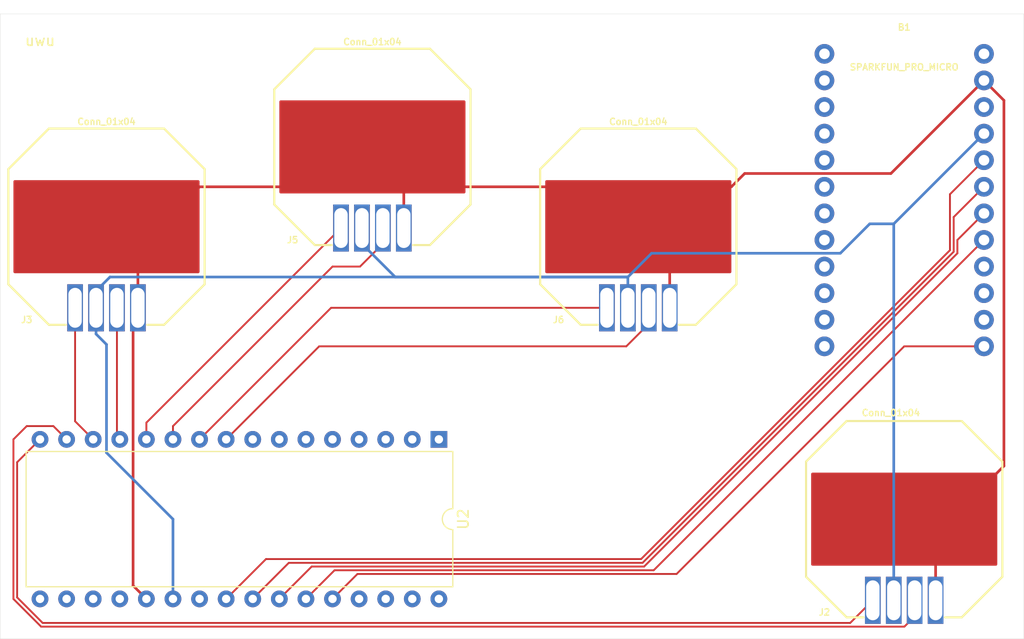
<source format=kicad_pcb>
(kicad_pcb (version 20211014) (generator pcbnew)
  (layers (0 "F.Cu" signal) (31 "B.Cu" signal) (34 "B.Paste" user) (35 "F.Paste" user) (36 "B.SilkS" user "B.Silkscreen") (37 "F.SilkS" user "F.Silkscreen") (38 "B.Mask" user) (39 "F.Mask" user) (44 "Edge.Cuts" user))
  (net 0 "")
  (net 16 "VCC")
  (net 18 "GND")
  (net 20 "Net-(J2-PadX)")
  (net 21 "Net-(J2-PadY)")
  (net 22 "Net-(J3-PadX)")
  (net 23 "Net-(J3-PadY)")
  (net 24 "Net-(J5-PadX)")
  (net 25 "Net-(J5-PadY)")
  (net 26 "Net-(J6-PadX)")
  (net 27 "Net-(J6-PadY)")
  (net 35 "Net-(B1-Pad13)")
  (net 36 "Net-(B1-Pad17)")
  (net 37 "Net-(B1-Pad18)")
  (net 38 "Net-(B1-Pad19)")
  (net 39 "Net-(B1-Pad20)")
  (footprint "Switches:JOYSTICK-PSP1000" (layer "F.Cu") (at 111.76 73.66 180)
    (fp_text reference "J2" (at 7.62 -8.89) (layer "F.SilkS") (effects (font (size 0.6096 0.6096) (thickness 0.127))))
    (fp_text value "Conn_01x04" (at 1.27 10.16) (layer "F.SilkS") (effects (font (size 0.6096 0.6096) (thickness 0.127))))
    (fp_line (start -5.4991 -9.37514) (end -9.37514 -5.4991) (layer "F.SilkS") (width 0.2032))
    (fp_line (start 9.37514 5.4991) (end 9.37514 -5.4991) (layer "F.SilkS") (width 0.2032))
    (fp_line (start 9.37514 5.4991) (end 5.4991 9.37514) (layer "F.SilkS") (width 0.2032))
    (fp_line (start 3.89636 -9.37514) (end 5.4991 -9.37514) (layer "F.SilkS") (width 0.2032))
    (fp_line (start -9.37514 5.4991) (end -5.4991 9.37514) (layer "F.SilkS") (width 0.2032))
    (fp_line (start -5.4991 9.37514) (end 5.4991 9.37514) (layer "F.SilkS") (width 0.2032))
    (fp_line (start 5.4991 -9.37514) (end 9.37514 -5.4991) (layer "F.SilkS") (width 0.2032))
    (fp_line (start -5.4991 -9.37514) (end -3.89636 -9.37514) (layer "F.SilkS") (width 0.2032))
    (fp_line (start -9.37514 5.4991) (end -9.37514 -5.4991) (layer "F.SilkS") (width 0.2032))
    (pad "" np_thru_hole circle (at -7.37362 10.0584 180) (size 1.99898 1.99898) (drill 1.99898) (layers *.Cu *.Mask))
    (pad "" np_thru_hole circle (at -8.89 -8.98398 180) (size 1.99898 1.99898) (drill 1.99898) (layers *.Cu *.Mask))
    (pad "GND" thru_hole rect (at -2.99974 -7.74954 270) (size 4.49834 1.4986) (drill oval 3.81 1.27) (layers *.Cu *.Mask) (net 18 "GND"))
    (pad "VCC" thru_hole rect (at 0.99822 -7.74954 270) (size 4.49834 1.4986) (drill oval 3.81 1.27) (layers *.Cu *.Mask) (net 16 "VCC"))
    (pad "X" thru_hole rect (at 2.99974 -7.74954 270) (size 4.49834 1.4986) (drill oval 3.81 1.27) (layers *.Cu *.Mask) (net 20 "Net-(J2-PadX)"))
    (pad "Y" thru_hole rect (at -0.99822 -7.74954 270) (size 4.49834 1.4986) (drill oval 3.81 1.27) (layers *.Cu *.Mask) (net 21 "Net-(J2-PadY)"))
  )
  (footprint "Switches:JOYSTICK-PSP1000" (layer "F.Cu") (at 86.36 45.72 180)
    (fp_text reference "J6" (at 7.62 -8.89) (layer "F.SilkS") (effects (font (size 0.6096 0.6096) (thickness 0.127))))
    (fp_text value "Conn_01x04" (at 0 10.033) (layer "F.SilkS") (effects (font (size 0.6096 0.6096) (thickness 0.127))))
    (fp_line (start -5.4991 -9.37514) (end -3.89636 -9.37514) (layer "F.SilkS") (width 0.2032))
    (fp_line (start 5.4991 -9.37514) (end 9.37514 -5.4991) (layer "F.SilkS") (width 0.2032))
    (fp_line (start 3.89636 -9.37514) (end 5.4991 -9.37514) (layer "F.SilkS") (width 0.2032))
    (fp_line (start -5.4991 9.37514) (end 5.4991 9.37514) (layer "F.SilkS") (width 0.2032))
    (fp_line (start -9.37514 5.4991) (end -5.4991 9.37514) (layer "F.SilkS") (width 0.2032))
    (fp_line (start -5.4991 -9.37514) (end -9.37514 -5.4991) (layer "F.SilkS") (width 0.2032))
    (fp_line (start 9.37514 5.4991) (end 5.4991 9.37514) (layer "F.SilkS") (width 0.2032))
    (fp_line (start 9.37514 5.4991) (end 9.37514 -5.4991) (layer "F.SilkS") (width 0.2032))
    (fp_line (start -9.37514 5.4991) (end -9.37514 -5.4991) (layer "F.SilkS") (width 0.2032))
    (pad "" np_thru_hole circle locked (at -8.89 -8.98398 180) (size 1.99898 1.99898) (drill 1.99898) (layers *.Cu *.Mask))
    (pad "" np_thru_hole circle locked (at -7.37362 10.0584 180) (size 1.99898 1.99898) (drill 1.99898) (layers *.Cu *.Mask))
    (pad "GND" thru_hole rect locked (at -2.99974 -7.74954 270) (size 4.49834 1.4986) (drill oval 3.81 1.27) (layers *.Cu *.Mask) (net 18 "GND"))
    (pad "VCC" thru_hole rect locked (at 0.99822 -7.74954 270) (size 4.49834 1.4986) (drill oval 3.81 1.27) (layers *.Cu *.Mask) (net 16 "VCC"))
    (pad "X" thru_hole rect locked (at 2.99974 -7.74954 270) (size 4.49834 1.4986) (drill oval 3.81 1.27) (layers *.Cu *.Mask) (net 26 "Net-(J6-PadX)"))
    (pad "Y" thru_hole rect locked (at -0.99822 -7.74954 270) (size 4.49834 1.4986) (drill oval 3.81 1.27) (layers *.Cu *.Mask) (net 27 "Net-(J6-PadY)"))
  )
  (footprint "Switches:JOYSTICK-PSP1000" (layer "F.Cu") (at 35.56 45.72 180)
    (fp_text reference "J3" (at 7.62 -8.89) (layer "F.SilkS") (effects (font (size 0.6096 0.6096) (thickness 0.127))))
    (fp_text value "Conn_01x04" (at 0 10.033) (layer "F.SilkS") (effects (font (size 0.6096 0.6096) (thickness 0.127))))
    (fp_line (start 3.89636 -9.37514) (end 5.4991 -9.37514) (layer "F.SilkS") (width 0.2032))
    (fp_line (start -9.37514 5.4991) (end -5.4991 9.37514) (layer "F.SilkS") (width 0.2032))
    (fp_line (start 5.4991 -9.37514) (end 9.37514 -5.4991) (layer "F.SilkS") (width 0.2032))
    (fp_line (start -5.4991 -9.37514) (end -9.37514 -5.4991) (layer "F.SilkS") (width 0.2032))
    (fp_line (start -9.37514 5.4991) (end -9.37514 -5.4991) (layer "F.SilkS") (width 0.2032))
    (fp_line (start -5.4991 -9.37514) (end -3.89636 -9.37514) (layer "F.SilkS") (width 0.2032))
    (fp_line (start 9.37514 5.4991) (end 5.4991 9.37514) (layer "F.SilkS") (width 0.2032))
    (fp_line (start 9.37514 5.4991) (end 9.37514 -5.4991) (layer "F.SilkS") (width 0.2032))
    (fp_line (start -5.4991 9.37514) (end 5.4991 9.37514) (layer "F.SilkS") (width 0.2032))
    (pad "" np_thru_hole circle locked (at -8.89 -8.98398 180) (size 1.99898 1.99898) (drill 1.99898) (layers *.Cu *.Mask))
    (pad "" np_thru_hole circle locked (at -7.37362 10.0584 180) (size 1.99898 1.99898) (drill 1.99898) (layers *.Cu *.Mask))
    (pad "GND" thru_hole rect locked (at -2.99974 -7.74954 270) (size 4.49834 1.4986) (drill oval 3.81 1.27) (layers *.Cu *.Mask) (net 18 "GND"))
    (pad "VCC" thru_hole rect locked (at 0.99822 -7.74954 270) (size 4.49834 1.4986) (drill oval 3.81 1.27) (layers *.Cu *.Mask) (net 16 "VCC"))
    (pad "X" thru_hole rect locked (at 2.99974 -7.74954 270) (size 4.49834 1.4986) (drill oval 3.81 1.27) (layers *.Cu *.Mask) (net 22 "Net-(J3-PadX)"))
    (pad "Y" thru_hole rect locked (at -0.99822 -7.74954 270) (size 4.49834 1.4986) (drill oval 3.81 1.27) (layers *.Cu *.Mask) (net 23 "Net-(J3-PadY)"))
  )
  (footprint "Package_DIP:DIP-32_W15.24mm" (layer "F.Cu") (at 67.31 66.034996 -90)
    (fp_text reference "U2" (at 7.62 -2.33 90) (layer "F.SilkS"))
    (fp_text value "4067")
    (fp_line (start 1.16 39.43) (end 14.08 39.43) (layer "F.SilkS") (width 0.12))
    (fp_line (start 14.08 39.43) (end 14.08 -1.33) (layer "F.SilkS") (width 0.12))
    (fp_line (start 6.62 -1.33) (end 1.16 -1.33) (layer "F.SilkS") (width 0.12))
    (fp_line (start 14.08 -1.33) (end 8.62 -1.33) (layer "F.SilkS") (width 0.12))
    (fp_line (start 1.16 -1.33) (end 1.16 39.43) (layer "F.SilkS") (width 0.12))
    (fp_arc (start 8.62 -1.33) (mid 7.62 -0.33) (end 6.62 -1.33) (layer "F.SilkS") (width 0.12))
    (pad "0" thru_hole oval (at 15.24 35.56 270) (size 1.6 1.6) (drill 0.8) (layers *.Cu *.Mask))
    (pad "0" thru_hole oval (at 15.24 7.62 270) (size 1.6 1.6) (drill 0.8) (layers *.Cu *.Mask))
    (pad "0" thru_hole oval (at 15.24 5.08 270) (size 1.6 1.6) (drill 0.8) (layers *.Cu *.Mask))
    (pad "0" thru_hole oval (at 15.24 2.54 270) (size 1.6 1.6) (drill 0.8) (layers *.Cu *.Mask))
    (pad "0" thru_hole oval (at 15.24 33.02 270) (size 1.6 1.6) (drill 0.8) (layers *.Cu *.Mask))
    (pad "0" thru_hole oval (at 15.24 30.48 270) (size 1.6 1.6) (drill 0.8) (layers *.Cu *.Mask))
    (pad "0" thru_hole oval (at 15.24 0 270) (size 1.6 1.6) (drill 0.8) (layers *.Cu *.Mask))
    (pad "0" thru_hole oval (at 15.24 38.1 270) (size 1.6 1.6) (drill 0.8) (layers *.Cu *.Mask))
    (pad "1" thru_hole oval (at 15.24 10.16 270) (size 1.6 1.6) (drill 0.8) (layers *.Cu *.Mask) (net 35 "Net-(B1-Pad13)"))
    (pad "2" thru_hole oval (at 0 20.32 270) (size 1.6 1.6) (drill 0.8) (layers *.Cu *.Mask) (net 27 "Net-(J6-PadY)"))
    (pad "3" thru_hole oval (at 0 22.86 270) (size 1.6 1.6) (drill 0.8) (layers *.Cu *.Mask) (net 26 "Net-(J6-PadX)"))
    (pad "4" thru_hole oval (at 0 25.4 270) (size 1.6 1.6) (drill 0.8) (layers *.Cu *.Mask) (net 25 "Net-(J5-PadY)"))
    (pad "5" thru_hole oval (at 0 27.94 270) (size 1.6 1.6) (drill 0.8) (layers *.Cu *.Mask) (net 24 "Net-(J5-PadX)"))
    (pad "6" thru_hole oval (at 0 30.48 270) (size 1.6 1.6) (drill 0.8) (layers *.Cu *.Mask) (net 23 "Net-(J3-PadY)"))
    (pad "7" thru_hole oval (at 0 33.02 270) (size 1.6 1.6) (drill 0.8) (layers *.Cu *.Mask) (net 22 "Net-(J3-PadX)"))
    (pad "8" thru_hole oval (at 0 35.56 270) (size 1.6 1.6) (drill 0.8) (layers *.Cu *.Mask) (net 21 "Net-(J2-PadY)"))
    (pad "9" thru_hole oval (at 0 38.1 270) (size 1.6 1.6) (drill 0.8) (layers *.Cu *.Mask) (net 20 "Net-(J2-PadX)"))
    (pad "10" thru_hole oval (at 15.24 20.32 270) (size 1.6 1.6) (drill 0.8) (layers *.Cu *.Mask) (net 39 "Net-(B1-Pad20)"))
    (pad "11" thru_hole oval (at 15.24 17.78 270) (size 1.6 1.6) (drill 0.8) (layers *.Cu *.Mask) (net 38 "Net-(B1-Pad19)"))
    (pad "12" thru_hole oval (at 15.24 27.94 270) (size 1.6 1.6) (drill 0.8) (layers *.Cu *.Mask) (net 18 "GND"))
    (pad "13" thru_hole oval (at 15.24 12.7 270) (size 1.6 1.6) (drill 0.8) (layers *.Cu *.Mask) (net 36 "Net-(B1-Pad17)"))
    (pad "14" thru_hole oval (at 15.24 15.24 270) (size 1.6 1.6) (drill 0.8) (layers *.Cu *.Mask) (net 37 "Net-(B1-Pad18)"))
    (pad "15" thru_hole oval (at 15.24 22.86 270) (size 1.6 1.6) (drill 0.8) (layers *.Cu *.Mask))
    (pad "16" thru_hole rect (at 0 0 270) (size 1.6 1.6) (drill 0.8) (layers *.Cu *.Mask))
    (pad "17" thru_hole oval (at 0 2.54 270) (size 1.6 1.6) (drill 0.8) (layers *.Cu *.Mask))
    (pad "18" thru_hole oval (at 0 5.08 270) (size 1.6 1.6) (drill 0.8) (layers *.Cu *.Mask))
    (pad "19" thru_hole oval (at 0 7.62 270) (size 1.6 1.6) (drill 0.8) (layers *.Cu *.Mask))
    (pad "20" thru_hole oval (at 0 10.16 270) (size 1.6 1.6) (drill 0.8) (layers *.Cu *.Mask))
    (pad "21" thru_hole oval (at 0 12.7 270) (size 1.6 1.6) (drill 0.8) (layers *.Cu *.Mask))
    (pad "22" thru_hole oval (at 0 15.24 270) (size 1.6 1.6) (drill 0.8) (layers *.Cu *.Mask))
    (pad "23" thru_hole oval (at 0 17.78 270) (size 1.6 1.6) (drill 0.8) (layers *.Cu *.Mask))
    (pad "24" thru_hole oval (at 15.24 25.4 270) (size 1.6 1.6) (drill 0.8) (layers *.Cu *.Mask) (net 16 "VCC"))
  )
  (footprint "Boards:SPARKFUN_PRO_MICRO" (layer "F.Cu") (at 111.76 41.91)
    (fp_text reference "B1" (at 0 -15.24) (layer "F.SilkS") (effects (font (size 0.6096 0.6096) (thickness 0.127))))
    (fp_text value "SPARKFUN_PRO_MICRO" (at 0 -11.43) (layer "F.SilkS") (effects (font (size 0.6096 0.6096) (thickness 0.127))))
    (pad "1" thru_hole circle locked (at -7.62 -12.7) (size 1.8796 1.8796) (drill 1.016) (layers *.Cu *.Mask))
    (pad "2" thru_hole circle locked (at -7.62 -10.16) (size 1.8796 1.8796) (drill 1.016) (layers *.Cu *.Mask))
    (pad "3" thru_hole circle locked (at -7.62 -7.62) (size 1.8796 1.8796) (drill 1.016) (layers *.Cu *.Mask))
    (pad "4" thru_hole circle locked (at -7.62 -5.08) (size 1.8796 1.8796) (drill 1.016) (layers *.Cu *.Mask))
    (pad "5" thru_hole circle locked (at -7.62 -2.54) (size 1.8796 1.8796) (drill 1.016) (layers *.Cu *.Mask))
    (pad "6" thru_hole circle locked (at -7.62 0) (size 1.8796 1.8796) (drill 1.016) (layers *.Cu *.Mask))
    (pad "7" thru_hole circle locked (at -7.62 2.54) (size 1.8796 1.8796) (drill 1.016) (layers *.Cu *.Mask))
    (pad "8" thru_hole circle locked (at -7.62 5.08) (size 1.8796 1.8796) (drill 1.016) (layers *.Cu *.Mask))
    (pad "9" thru_hole circle locked (at -7.62 7.62) (size 1.8796 1.8796) (drill 1.016) (layers *.Cu *.Mask))
    (pad "10" thru_hole circle locked (at -7.62 10.16) (size 1.8796 1.8796) (drill 1.016) (layers *.Cu *.Mask))
    (pad "11" thru_hole circle locked (at -7.62 12.7) (size 1.8796 1.8796) (drill 1.016) (layers *.Cu *.Mask))
    (pad "12" thru_hole circle locked (at -7.62 15.24) (size 1.8796 1.8796) (drill 1.016) (layers *.Cu *.Mask))
    (pad "13" thru_hole circle locked (at 7.62 15.24) (size 1.8796 1.8796) (drill 1.016) (layers *.Cu *.Mask) (net 35 "Net-(B1-Pad13)"))
    (pad "14" thru_hole circle locked (at 7.62 12.7) (size 1.8796 1.8796) (drill 1.016) (layers *.Cu *.Mask))
    (pad "15" thru_hole circle locked (at 7.62 10.16) (size 1.8796 1.8796) (drill 1.016) (layers *.Cu *.Mask))
    (pad "16" thru_hole circle locked (at 7.62 7.62) (size 1.8796 1.8796) (drill 1.016) (layers *.Cu *.Mask))
    (pad "17" thru_hole circle locked (at 7.62 5.08) (size 1.8796 1.8796) (drill 1.016) (layers *.Cu *.Mask) (net 36 "Net-(B1-Pad17)"))
    (pad "18" thru_hole circle locked (at 7.62 2.54) (size 1.8796 1.8796) (drill 1.016) (layers *.Cu *.Mask) (net 37 "Net-(B1-Pad18)"))
    (pad "19" thru_hole circle locked (at 7.62 0) (size 1.8796 1.8796) (drill 1.016) (layers *.Cu *.Mask) (net 38 "Net-(B1-Pad19)"))
    (pad "20" thru_hole circle locked (at 7.62 -2.54) (size 1.8796 1.8796) (drill 1.016) (layers *.Cu *.Mask) (net 39 "Net-(B1-Pad20)"))
    (pad "21" thru_hole circle locked (at 7.62 -5.08) (size 1.8796 1.8796) (drill 1.016) (layers *.Cu *.Mask) (net 16 "VCC"))
    (pad "22" thru_hole circle locked (at 7.62 -7.62) (size 1.8796 1.8796) (drill 1.016) (layers *.Cu *.Mask))
    (pad "23" thru_hole circle locked (at 7.62 -10.16) (size 1.8796 1.8796) (drill 1.016) (layers *.Cu *.Mask) (net 18 "GND"))
    (pad "24" thru_hole circle locked (at 7.62 -12.7) (size 1.8796 1.8796) (drill 1.016) (layers *.Cu *.Mask))
  )
  (footprint "Switches:JOYSTICK-PSP1000" (layer "F.Cu") (at 60.96 38.1 180)
    (fp_text reference "J5" (at 7.62 -8.89) (layer "F.SilkS") (effects (font (size 0.6096 0.6096) (thickness 0.127))))
    (fp_text value "Conn_01x04" (at 0 10.033) (layer "F.SilkS") (effects (font (size 0.6096 0.6096) (thickness 0.127))))
    (fp_line (start -5.4991 9.37514) (end 5.4991 9.37514) (layer "F.SilkS") (width 0.2032))
    (fp_line (start 9.37514 5.4991) (end 9.37514 -5.4991) (layer "F.SilkS") (width 0.2032))
    (fp_line (start 9.37514 5.4991) (end 5.4991 9.37514) (layer "F.SilkS") (width 0.2032))
    (fp_line (start -9.37514 5.4991) (end -5.4991 9.37514) (layer "F.SilkS") (width 0.2032))
    (fp_line (start -9.37514 5.4991) (end -9.37514 -5.4991) (layer "F.SilkS") (width 0.2032))
    (fp_line (start 5.4991 -9.37514) (end 9.37514 -5.4991) (layer "F.SilkS") (width 0.2032))
    (fp_line (start -5.4991 -9.37514) (end -3.89636 -9.37514) (layer "F.SilkS") (width 0.2032))
    (fp_line (start -5.4991 -9.37514) (end -9.37514 -5.4991) (layer "F.SilkS") (width 0.2032))
    (fp_line (start 3.89636 -9.37514) (end 5.4991 -9.37514) (layer "F.SilkS") (width 0.2032))
    (pad "" np_thru_hole circle locked (at -7.37362 10.0584 180) (size 1.99898 1.99898) (drill 1.99898) (layers *.Cu *.Mask))
    (pad "" np_thru_hole circle locked (at -8.89 -8.98398 180) (size 1.99898 1.99898) (drill 1.99898) (layers *.Cu *.Mask))
    (pad "GND" thru_hole rect locked (at -2.99974 -7.74954 270) (size 4.49834 1.4986) (drill oval 3.81 1.27) (layers *.Cu *.Mask) (net 18 "GND"))
    (pad "VCC" thru_hole rect locked (at 0.99822 -7.74954 270) (size 4.49834 1.4986) (drill oval 3.81 1.27) (layers *.Cu *.Mask) (net 16 "VCC"))
    (pad "X" thru_hole rect locked (at 2.99974 -7.74954 270) (size 4.49834 1.4986) (drill oval 3.81 1.27) (layers *.Cu *.Mask) (net 24 "Net-(J5-PadX)"))
    (pad "Y" thru_hole rect locked (at -0.99822 -7.74954 270) (size 4.49834 1.4986) (drill oval 3.81 1.27) (layers *.Cu *.Mask) (net 25 "Net-(J5-PadY)"))
  )
  (gr_rect (start 25.4 25.4) (end 123.19 85.09) (layer "Edge.Cuts") (width 0.0254) (fill none))
  (gr_text "uwu" (at 29.21 27.94) (layer "F.SilkS") (effects (font (size 1 1))))
  (segment (start 41.91 73.66) (end 41.91 81.275) (width 0.254) (layer "B.Cu") (net 16))
  (segment (start 85.36178 50.52822) (end 35.892448 50.52822) (width 0.254) (layer "B.Cu") (net 16))
  (segment (start 35.56 67.31) (end 41.91 73.66) (width 0.254) (layer "B.Cu") (net 16))
  (segment (start 63.14059 50.52822) (end 85.36178 50.52822) (width 0.254) (layer "B.Cu") (net 16))
  (segment (start 108.4665 45.44822) (end 110.76178 45.44822) (width 0.254) (layer "B.Cu") (net 16))
  (segment (start 59.96178 47.34941) (end 63.14059 50.52822) (width 0.254) (layer "B.Cu") (net 16))
  (segment (start 110.76178 45.44822) (end 119.38 36.83) (width 0.254) (layer "B.Cu") (net 16))
  (segment (start 110.76178 81.40954) (end 110.76178 45.44822) (width 0.254) (layer "B.Cu") (net 16))
  (segment (start 85.36178 50.52822) (end 85.36178 53.46954) (width 0.254) (layer "B.Cu") (net 16))
  (segment (start 34.56178 51.858888) (end 34.56178 53.46954) (width 0.254) (layer "B.Cu") (net 16))
  (segment (start 34.56178 55.97271) (end 35.56 56.97093) (width 0.254) (layer "B.Cu") (net 16))
  (segment (start 34.56178 53.46954) (end 34.56178 55.97271) (width 0.254) (layer "B.Cu") (net 16))
  (segment (start 105.65472 48.26) (end 108.4665 45.44822) (width 0.254) (layer "B.Cu") (net 16))
  (segment (start 35.56 56.97093) (end 35.56 67.31) (width 0.254) (layer "B.Cu") (net 16))
  (segment (start 59.96178 45.84954) (end 59.96178 47.34941) (width 0.254) (layer "B.Cu") (net 16))
  (segment (start 85.36178 50.52822) (end 87.63 48.26) (width 0.254) (layer "B.Cu") (net 16))
  (segment (start 87.63 48.26) (end 105.65472 48.26) (width 0.254) (layer "B.Cu") (net 16))
  (segment (start 35.892448 50.52822) (end 34.56178 51.858888) (width 0.254) (layer "B.Cu") (net 16))
  (segment (start 121.285 68.58) (end 114.75974 75.10526) (width 0.254) (layer "F.Cu") (net 18))
  (segment (start 38.55974 53.46954) (end 38.1 53.92928) (width 0.254) (layer "F.Cu") (net 18))
  (segment (start 38.1 80.005) (end 39.37 81.275) (width 0.254) (layer "F.Cu") (net 18))
  (segment (start 119.38 31.75) (end 121.285 33.655) (width 0.254) (layer "F.Cu") (net 18))
  (segment (start 96.52 40.64) (end 110.49 40.64) (width 0.254) (layer "F.Cu") (net 18))
  (segment (start 89.35974 53.46954) (end 89.35974 41.95826) (width 0.254) (layer "F.Cu") (net 18))
  (segment (start 38.55974 47.80026) (end 38.55974 53.46954) (width 0.254) (layer "F.Cu") (net 18))
  (segment (start 89.35974 41.95826) (end 89.408 41.91) (width 0.254) (layer "F.Cu") (net 18))
  (segment (start 64.008 41.91) (end 89.408 41.91) (width 0.254) (layer "F.Cu") (net 18))
  (segment (start 114.75974 75.10526) (end 114.75974 81.40954) (width 0.254) (layer "F.Cu") (net 18))
  (segment (start 95.25 41.91) (end 96.52 40.64) (width 0.254) (layer "F.Cu") (net 18))
  (segment (start 44.45 41.91) (end 52.07 41.91) (width 0.254) (layer "F.Cu") (net 18))
  (segment (start 110.49 40.64) (end 119.38 31.75) (width 0.254) (layer "F.Cu") (net 18))
  (segment (start 63.95974 45.84954) (end 63.95974 41.95826) (width 0.254) (layer "F.Cu") (net 18))
  (segment (start 52.07 41.91) (end 64.008 41.91) (width 0.254) (layer "F.Cu") (net 18))
  (segment (start 121.285 33.655) (end 121.285 68.58) (width 0.254) (layer "F.Cu") (net 18))
  (segment (start 89.408 41.91) (end 95.25 41.91) (width 0.254) (layer "F.Cu") (net 18))
  (segment (start 63.95974 41.95826) (end 64.008 41.91) (width 0.1778) (layer "F.Cu") (net 18))
  (segment (start 44.45 41.91) (end 38.55974 47.80026) (width 0.254) (layer "F.Cu") (net 18))
  (segment (start 38.1 53.92928) (end 38.1 80.005) (width 0.254) (layer "F.Cu") (net 18))
  (segment (start 27.02512 81.132904) (end 27.02512 68.21988) (width 0.1778) (layer "F.Cu") (net 20))
  (segment (start 106.599999 83.569801) (end 29.462017 83.569801) (width 0.1778) (layer "F.Cu") (net 20))
  (segment (start 108.76026 81.40954) (end 106.599999 83.569801) (width 0.1778) (layer "F.Cu") (net 20))
  (segment (start 29.462017 83.569801) (end 27.02512 81.132904) (width 0.1778) (layer "F.Cu") (net 20))
  (segment (start 27.02512 68.21988) (end 29.21 66.035) (width 0.1778) (layer "F.Cu") (net 20))
  (segment (start 29.314921 83.924921) (end 111.777291 83.924921) (width 0.1778) (layer "F.Cu") (net 21))
  (segment (start 111.777291 83.924921) (end 112.75822 82.943992) (width 0.1778) (layer "F.Cu") (net 21))
  (segment (start 112.75822 82.943992) (end 112.75822 81.40954) (width 0.1778) (layer "F.Cu") (net 21))
  (segment (start 26.67 66.04) (end 26.67 81.28) (width 0.1778) (layer "F.Cu") (net 21))
  (segment (start 27.94 64.77) (end 26.67 66.04) (width 0.1778) (layer "F.Cu") (net 21))
  (segment (start 26.67 81.28) (end 29.314921 83.924921) (width 0.1778) (layer "F.Cu") (net 21))
  (segment (start 30.485 64.77) (end 27.94 64.77) (width 0.1778) (layer "F.Cu") (net 21))
  (segment (start 31.75 66.035) (end 30.485 64.77) (width 0.1778) (layer "F.Cu") (net 21))
  (segment (start 32.56026 53.46954) (end 32.56026 64.30526) (width 0.1778) (layer "F.Cu") (net 22))
  (segment (start 32.56026 64.30526) (end 34.29 66.035) (width 0.1778) (layer "F.Cu") (net 22))
  (segment (start 36.55822 53.46954) (end 36.55822 65.76322) (width 0.1778) (layer "F.Cu") (net 23))
  (segment (start 36.55822 65.76322) (end 36.83 66.035) (width 0.1778) (layer "F.Cu") (net 23))
  (segment (start 57.96026 45.84954) (end 39.37 64.4398) (width 0.1778) (layer "F.Cu") (net 24))
  (segment (start 39.37 64.4398) (end 39.37 66.035) (width 0.1778) (layer "F.Cu") (net 24))
  (segment (start 57.15 49.53) (end 59.77763 49.53) (width 0.1778) (layer "F.Cu") (net 25))
  (segment (start 61.95822 47.34941) (end 61.95822 45.84954) (width 0.1778) (layer "F.Cu") (net 25))
  (segment (start 59.77763 49.53) (end 61.95822 47.34941) (width 0.1778) (layer "F.Cu") (net 25))
  (segment (start 41.91 64.77) (end 57.15 49.53) (width 0.1778) (layer "F.Cu") (net 25))
  (segment (start 41.91 66.035) (end 41.91 64.77) (width 0.1778) (layer "F.Cu") (net 25))
  (segment (start 83.36026 53.46954) (end 57.01546 53.46954) (width 0.1778) (layer "F.Cu") (net 26))
  (segment (start 57.01546 53.46954) (end 44.45 66.035) (width 0.1778) (layer "F.Cu") (net 26))
  (segment (start 87.35822 55.003992) (end 85.212212 57.15) (width 0.1778) (layer "F.Cu") (net 27))
  (segment (start 85.212212 57.15) (end 55.875 57.15) (width 0.1778) (layer "F.Cu") (net 27))
  (segment (start 87.35822 53.46954) (end 87.35822 55.003992) (width 0.1778) (layer "F.Cu") (net 27))
  (segment (start 55.875 57.15) (end 46.99 66.035) (width 0.1778) (layer "F.Cu") (net 27))
  (segment (start 57.15 81.275) (end 59.530841 78.894159) (width 0.1778) (layer "F.Cu") (net 35))
  (segment (start 111.76 57.15) (end 119.38 57.15) (width 0.1778) (layer "F.Cu") (net 35))
  (segment (start 59.530841 78.894159) (end 90.015841 78.894159) (width 0.1778) (layer "F.Cu") (net 35))
  (segment (start 90.015841 78.894159) (end 111.76 57.15) (width 0.1778) (layer "F.Cu") (net 35))
  (segment (start 57.345961 78.539039) (end 54.61 81.275) (width 0.1778) (layer "F.Cu") (net 36))
  (segment (start 87.830961 78.539039) (end 57.345961 78.539039) (width 0.1778) (layer "F.Cu") (net 36))
  (segment (start 119.38 46.99) (end 87.830961 78.539039) (width 0.1778) (layer "F.Cu") (net 36))
  (segment (start 116.84 48.26) (end 86.916081 78.183919) (width 0.1778) (layer "F.Cu") (net 37))
  (segment (start 86.916081 78.183919) (end 55.161081 78.183919) (width 0.1778) (layer "F.Cu") (net 37))
  (segment (start 116.84 46.99) (end 116.84 48.26) (width 0.1778) (layer "F.Cu") (net 37))
  (segment (start 55.161081 78.183919) (end 52.07 81.275) (width 0.1778) (layer "F.Cu") (net 37))
  (segment (start 116.84 46.99) (end 119.38 44.45) (width 0.1778) (layer "F.Cu") (net 37))
  (segment (start 86.768985 77.828799) (end 52.976201 77.828799) (width 0.1778) (layer "F.Cu") (net 38))
  (segment (start 52.976201 77.828799) (end 49.53 81.275) (width 0.1778) (layer "F.Cu") (net 38))
  (segment (start 116.48488 48.112904) (end 86.768985 77.828799) (width 0.1778) (layer "F.Cu") (net 38))
  (segment (start 116.48488 44.80512) (end 116.48488 48.112904) (width 0.1778) (layer "F.Cu") (net 38))
  (segment (start 119.38 41.91) (end 116.48488 44.80512) (width 0.1778) (layer "F.Cu") (net 38))
  (segment (start 116.12976 42.62024) (end 116.12976 47.965808) (width 0.1778) (layer "F.Cu") (net 39))
  (segment (start 119.38 39.37) (end 116.12976 42.62024) (width 0.1778) (layer "F.Cu") (net 39))
  (segment (start 86.625568 77.47) (end 50.795 77.47) (width 0.1778) (layer "F.Cu") (net 39))
  (segment (start 50.795 77.47) (end 46.99 81.275) (width 0.1778) (layer "F.Cu") (net 39))
  (segment (start 116.12976 47.965808) (end 86.625568 77.47) (width 0.1778) (layer "F.Cu") (net 39))
  (zone (net 18) (net_name "GND") (layer "F.Cu") (connect_pads (clearance 0.508)) (min_thickness 0.254) (fill yes (thermal_gap 0.508) (thermal_bridge_width 0.508))
    (polygon (pts (xy 120.65 78.105) (xy 102.87 78.105) (xy 102.87 69.215) (xy 120.65 69.215)))
  )
  (zone (net 18) (net_name "GND") (layer "F.Cu") (name "GND") (connect_pads (clearance 0.508)) (min_thickness 0.254) (fill yes (thermal_gap 0.508) (thermal_bridge_width 0.508))
    (polygon (pts (xy 44.45 50.165) (xy 26.67 50.165) (xy 26.67 41.275) (xy 44.45 41.275)))
  )
  (zone (net 18) (net_name "GND") (layer "F.Cu") (connect_pads (clearance 0.508)) (min_thickness 0.254) (fill yes (thermal_gap 0.508) (thermal_bridge_width 0.508))
    (polygon (pts (xy 95.25 50.165) (xy 77.47 50.165) (xy 77.47 41.275) (xy 95.25 41.275)))
  )
  (zone (net 18) (net_name "GND") (layer "F.Cu") (connect_pads (clearance 0.508)) (min_thickness 0.254) (fill yes (thermal_gap 0.508) (thermal_bridge_width 0.508))
    (polygon (pts (xy 69.85 42.545) (xy 52.07 42.545) (xy 52.07 33.655) (xy 69.85 33.655)))
  )
)
</source>
